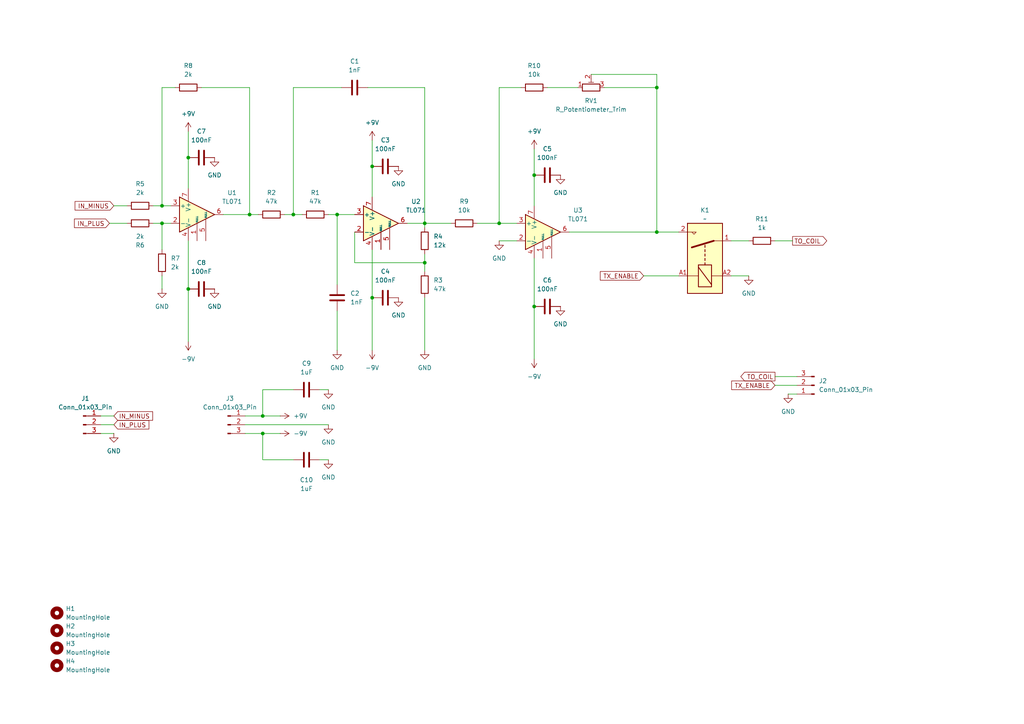
<source format=kicad_sch>
(kicad_sch (version 20231120) (generator "eeschema") (generator_version "8.0")
  (paper "A4")
  (title_block (title "audio frequency transmitter") (date "2024-11-30") (rev "v0.1") (company "RoMa"))
  (lib_symbols
    (symbol "Amplifier_Operational:TL071" (pin_names (offset 0.127))
      (property "Reference" "U" (at 0 6.35 0))
      (property "Value" "TL071" (at 0 3.81 0))
      (symbol "TL071_0_1"
        (polyline (pts (xy -5.08 5.08) (xy 5.08 0) (xy -5.08 -5.08) (xy -5.08 5.08)) (stroke (width 0.254)) (fill (type background)))
      )
      (symbol "TL071_1_1"
        (pin input line (at 0 -7.62 90) (length 5.08) (name "NULL") (number "1"))
        (pin input line (at -7.62 -2.54 0) (length 2.54) (name "-") (number "2"))
        (pin input line (at -7.62 2.54 0) (length 2.54) (name "+") (number "3"))
        (pin power_in line (at -2.54 -7.62 90) (length 3.81) (name "V-") (number "4"))
        (pin input line (at 2.54 -7.62 90) (length 6.35) (name "NULL") (number "5"))
        (pin output line (at 7.62 0 180) (length 2.54) (name "~") (number "6"))
        (pin power_in line (at -2.54 7.62 270) (length 3.81) (name "V+") (number "7"))
        (pin no_connect line (at 0 2.54 270) (length 2.54) hide (name "NC") (number "8"))
      )
    )
    (symbol "Connector:Conn_01x03_Pin" (pin_names (offset 1.016) hide)
      (property "Reference" "J" (at 0 5.08 0))
      (property "Value" "Conn_01x03_Pin" (at 0 -5.08 0))
      (symbol "Conn_01x03_Pin_1_1"
        (polyline (pts (xy 1.27 -2.54) (xy 0.8636 -2.54)) (stroke (width 0.1524)))
        (polyline (pts (xy 1.27 0) (xy 0.8636 0)) (stroke (width 0.1524)))
        (polyline (pts (xy 1.27 2.54) (xy 0.8636 2.54)) (stroke (width 0.1524)))
        (rectangle (start 0.8636 -2.413) (end 0 -2.667) (stroke (width 0.1524)) (fill (type outline)))
        (rectangle (start 0.8636 0.127) (end 0 -0.127) (stroke (width 0.1524)) (fill (type outline)))
        (rectangle (start 0.8636 2.667) (end 0 2.413) (stroke (width 0.1524)) (fill (type outline)))
        (pin passive line (at 5.08 2.54 180) (length 3.81) (name "Pin_1") (number "1"))
        (pin passive line (at 5.08 0 180) (length 3.81) (name "Pin_2") (number "2"))
        (pin passive line (at 5.08 -2.54 180) (length 3.81) (name "Pin_3") (number "3"))
      )
    )
    (symbol "Device:C" (pin_numbers hide) (pin_names (offset 0.254))
      (property "Reference" "C" (at 0.635 2.54 0))
      (property "Value" "C" (at 0.635 -2.54 0))
      (symbol "C_0_1"
        (polyline (pts (xy -2.032 -0.762) (xy 2.032 -0.762)) (stroke (width 0.508)))
        (polyline (pts (xy -2.032 0.762) (xy 2.032 0.762)) (stroke (width 0.508)))
      )
      (symbol "C_1_1"
        (pin passive line (at 0 3.81 270) (length 2.794) (name "~") (number "1"))
        (pin passive line (at 0 -3.81 90) (length 2.794) (name "~") (number "2"))
      )
    )
    (symbol "Device:R" (pin_numbers hide) (pin_names (offset 0))
      (property "Reference" "R" (at 2.032 0 90))
      (property "Value" "R" (at 0 0 90))
      (symbol "R_0_1"
        (rectangle (start -1.016 -2.54) (end 1.016 2.54) (stroke (width 0.254)))
      )
      (symbol "R_1_1"
        (pin passive line (at 0 3.81 270) (length 1.27) (name "~") (number "1"))
        (pin passive line (at 0 -3.81 90) (length 1.27) (name "~") (number "2"))
      )
    )
    (symbol "Device:R_Potentiometer_Trim" (pin_names (offset 1.016) hide)
      (property "Reference" "RV" (at -4.445 0 90))
      (property "Value" "R_Potentiometer_Trim" (at -2.54 0 90))
      (symbol "R_Potentiometer_Trim_0_1"
        (polyline (pts (xy 1.524 0.762) (xy 1.524 -0.762)))
        (polyline (pts (xy 2.54 0) (xy 1.524 0)))
        (rectangle (start 1.016 2.54) (end -1.016 -2.54) (stroke (width 0.254)))
      )
      (symbol "R_Potentiometer_Trim_1_1"
        (pin passive line (at 0 3.81 270) (length 1.27) (name "1") (number "1"))
        (pin passive line (at 3.81 0 180) (length 1.27) (name "2") (number "2"))
        (pin passive line (at 0 -3.81 90) (length 1.27) (name "3") (number "3"))
      )
    )
    (symbol "Mechanical:MountingHole" (pin_names (offset 1.016)) (exclude_from_sim yes) (in_bom no)
      (property "Reference" "H" (at 0 5.08 0))
      (property "Value" "MountingHole" (at 0 3.175 0))
      (symbol "MountingHole_0_1"
        (circle (center 0 0) (radius 1.27) (stroke (width 1.27)))
      )
    )
    (symbol "Relay:HE3351"
      (property "Reference" "K" (at 0 -7.112 0))
      (symbol "HE3351_0_0"
        (polyline (pts (xy 7.62 5.08) (xy 7.62 2.54) (xy 6.985 3.175) (xy 7.62 3.81)))
      )
      (symbol "HE3351_0_1"
        (rectangle (start -10.16 5.08) (end 10.16 -5.08) (stroke (width 0.254)) (fill (type background)))
        (rectangle (start -8.255 1.905) (end -1.905 -1.905) (stroke (width 0.254)))
        (polyline (pts (xy -7.62 -1.905) (xy -2.54 1.905)) (stroke (width 0.254)))
        (polyline (pts (xy -5.08 -5.08) (xy -5.08 -1.905)))
        (polyline (pts (xy -5.08 5.08) (xy -5.08 1.905)))
        (polyline (pts (xy -1.905 0) (xy -1.27 0)) (stroke (width 0.254)))
        (polyline (pts (xy -0.635 0) (xy 0 0)) (stroke (width 0.254)))
        (polyline (pts (xy 0.635 0) (xy 1.27 0)) (stroke (width 0.254)))
        (polyline (pts (xy 1.905 0) (xy 2.54 0)) (stroke (width 0.254)))
        (polyline (pts (xy 3.175 0) (xy 3.81 0)) (stroke (width 0.254)))
        (polyline (pts (xy 5.08 -2.54) (xy 3.175 3.81)) (stroke (width 0.508)))
        (polyline (pts (xy 5.08 -2.54) (xy 5.08 -5.08)))
      )
      (symbol "HE3351_1_1"
        (pin passive line (at 5.08 -7.62 90) (length 2.54) (name "~") (number "1"))
        (pin passive line (at 7.62 7.62 270) (length 2.54) (name "~") (number "2"))
        (pin passive line (at -5.08 7.62 270) (length 2.54) (name "~") (number "A1"))
        (pin passive line (at -5.08 -7.62 90) (length 2.54) (name "~") (number "A2"))
      )
    )
    (symbol "power:+9V" (power) (pin_numbers hide) (pin_names (offset 0) hide)
      (property "Value" "+9V" (at 0 3.556 0))
      (symbol "+9V_0_1"
        (polyline (pts (xy -0.762 1.27) (xy 0 2.54)))
        (polyline (pts (xy 0 0) (xy 0 2.54)))
        (polyline (pts (xy 0 2.54) (xy 0.762 1.27)))
      )
      (symbol "+9V_1_1"
        (pin power_in line (at 0 0 90) (length 0) (name "~") (number "1"))
      )
    )
    (symbol "power:GND" (power) (pin_numbers hide) (pin_names (offset 0) hide)
      (property "Value" "GND" (at 0 -3.81 0))
      (symbol "GND_0_1"
        (polyline (pts (xy 0 0) (xy 0 -1.27) (xy 1.27 -1.27) (xy 0 -2.54) (xy -1.27 -1.27) (xy 0 -1.27)))
      )
      (symbol "GND_1_1"
        (pin power_in line (at 0 0 270) (length 0) (name "~") (number "1"))
      )
    )
  )
  (junction (at 107.95 86.36))
  (junction (at 123.19 64.77))
  (junction (at 76.2 125.73))
  (junction (at 72.39 62.23))
  (junction (at 144.78 64.77))
  (junction (at 123.19 76.2))
  (junction (at 54.61 83.82))
  (junction (at 97.79 62.23))
  (junction (at 76.2 120.65))
  (junction (at 190.5 67.31))
  (junction (at 46.99 64.77))
  (junction (at 154.94 50.8))
  (junction (at 85.09 62.23))
  (junction (at 154.94 88.9))
  (junction (at 54.61 45.72))
  (junction (at 46.99 59.69))
  (junction (at 190.5 25.4))
  (junction (at 107.95 48.26))
  (wire (pts (xy 99.06 25.4) (xy 85.09 25.4)))
  (wire (pts (xy 46.99 25.4) (xy 46.99 59.69)))
  (wire (pts (xy 71.12 123.19) (xy 95.25 123.19)))
  (wire (pts (xy 224.79 69.85) (xy 229.87 69.85)))
  (wire (pts (xy 224.79 111.76) (xy 231.14 111.76)))
  (wire (pts (xy 76.2 113.03) (xy 76.2 120.65)))
  (wire (pts (xy 76.2 133.35) (xy 85.09 133.35)))
  (wire (pts (xy 154.94 43.18) (xy 154.94 50.8)))
  (wire (pts (xy 106.68 25.4) (xy 123.19 25.4)))
  (wire (pts (xy 85.09 25.4) (xy 85.09 62.23)))
  (wire (pts (xy 95.25 62.23) (xy 97.79 62.23)))
  (wire (pts (xy 76.2 125.73) (xy 76.2 133.35)))
  (wire (pts (xy 71.12 120.65) (xy 76.2 120.65)))
  (wire (pts (xy 107.95 72.39) (xy 107.95 86.36)))
  (wire (pts (xy 97.79 62.23) (xy 102.87 62.23)))
  (wire (pts (xy 190.5 25.4) (xy 190.5 67.31)))
  (wire (pts (xy 154.94 88.9) (xy 154.94 104.14)))
  (wire (pts (xy 123.19 64.77) (xy 123.19 66.04)))
  (wire (pts (xy 186.69 80.01) (xy 196.85 80.01)))
  (wire (pts (xy 58.42 25.4) (xy 72.39 25.4)))
  (wire (pts (xy 123.19 73.66) (xy 123.19 76.2)))
  (wire (pts (xy 175.26 25.4) (xy 190.5 25.4)))
  (wire (pts (xy 158.75 25.4) (xy 167.64 25.4)))
  (wire (pts (xy 97.79 62.23) (xy 97.79 82.55)))
  (wire (pts (xy 154.94 74.93) (xy 154.94 88.9)))
  (wire (pts (xy 102.87 76.2) (xy 123.19 76.2)))
  (wire (pts (xy 138.43 64.77) (xy 144.78 64.77)))
  (wire (pts (xy 72.39 62.23) (xy 74.93 62.23)))
  (wire (pts (xy 71.12 125.73) (xy 76.2 125.73)))
  (wire (pts (xy 97.79 90.17) (xy 97.79 101.6)))
  (wire (pts (xy 171.45 21.59) (xy 190.5 21.59)))
  (wire (pts (xy 54.61 83.82) (xy 54.61 99.06)))
  (wire (pts (xy 118.11 64.77) (xy 123.19 64.77)))
  (wire (pts (xy 33.02 125.73) (xy 29.21 125.73)))
  (wire (pts (xy 46.99 59.69) (xy 49.53 59.69)))
  (wire (pts (xy 85.09 62.23) (xy 87.63 62.23)))
  (wire (pts (xy 46.99 64.77) (xy 46.99 72.39)))
  (wire (pts (xy 82.55 62.23) (xy 85.09 62.23)))
  (wire (pts (xy 212.09 69.85) (xy 217.17 69.85)))
  (wire (pts (xy 29.21 123.19) (xy 33.02 123.19)))
  (wire (pts (xy 123.19 86.36) (xy 123.19 101.6)))
  (wire (pts (xy 29.21 120.65) (xy 33.02 120.65)))
  (wire (pts (xy 92.71 133.35) (xy 95.25 133.35)))
  (wire (pts (xy 102.87 67.31) (xy 102.87 76.2)))
  (wire (pts (xy 228.6 114.3) (xy 231.14 114.3)))
  (wire (pts (xy 54.61 38.1) (xy 54.61 45.72)))
  (wire (pts (xy 144.78 64.77) (xy 149.86 64.77)))
  (wire (pts (xy 92.71 113.03) (xy 95.25 113.03)))
  (wire (pts (xy 64.77 62.23) (xy 72.39 62.23)))
  (wire (pts (xy 190.5 21.59) (xy 190.5 25.4)))
  (wire (pts (xy 123.19 76.2) (xy 123.19 78.74)))
  (wire (pts (xy 54.61 69.85) (xy 54.61 83.82)))
  (wire (pts (xy 107.95 86.36) (xy 107.95 101.6)))
  (wire (pts (xy 217.17 80.01) (xy 212.09 80.01)))
  (wire (pts (xy 76.2 120.65) (xy 81.28 120.65)))
  (wire (pts (xy 46.99 64.77) (xy 49.53 64.77)))
  (wire (pts (xy 123.19 64.77) (xy 130.81 64.77)))
  (wire (pts (xy 33.02 59.69) (xy 36.83 59.69)))
  (wire (pts (xy 144.78 25.4) (xy 151.13 25.4)))
  (wire (pts (xy 165.1 67.31) (xy 190.5 67.31)))
  (wire (pts (xy 50.8 25.4) (xy 46.99 25.4)))
  (wire (pts (xy 54.61 45.72) (xy 54.61 54.61)))
  (wire (pts (xy 107.95 40.64) (xy 107.95 48.26)))
  (wire (pts (xy 76.2 125.73) (xy 81.28 125.73)))
  (wire (pts (xy 144.78 25.4) (xy 144.78 64.77)))
  (wire (pts (xy 46.99 80.01) (xy 46.99 83.82)))
  (wire (pts (xy 190.5 67.31) (xy 196.85 67.31)))
  (wire (pts (xy 44.45 59.69) (xy 46.99 59.69)))
  (wire (pts (xy 85.09 113.03) (xy 76.2 113.03)))
  (wire (pts (xy 224.79 109.22) (xy 231.14 109.22)))
  (wire (pts (xy 44.45 64.77) (xy 46.99 64.77)))
  (wire (pts (xy 72.39 25.4) (xy 72.39 62.23)))
  (wire (pts (xy 154.94 50.8) (xy 154.94 59.69)))
  (wire (pts (xy 31.75 64.77) (xy 36.83 64.77)))
  (wire (pts (xy 144.78 69.85) (xy 149.86 69.85)))
  (wire (pts (xy 107.95 48.26) (xy 107.95 57.15)))
  (wire (pts (xy 123.19 25.4) (xy 123.19 64.77)))
  (global_label "TX_ENABLE" (shape input) (at 186.69 80.01 180) (property "Intersheetrefs" "${INTERSHEET_REFS}" (effects (hide yes))))
  (global_label "IN_PLUS" (shape input) (at 31.75 64.77 180) (property "Intersheetrefs" "${INTERSHEET_REFS}" (effects (hide yes))))
  (global_label "TO_COIL" (shape output) (at 224.79 109.22 180) (property "Intersheetrefs" "${INTERSHEET_REFS}" (effects (hide yes))))
  (global_label "IN_MINUS" (shape input) (at 33.02 120.65 0) (property "Intersheetrefs" "${INTERSHEET_REFS}" (effects (hide yes))))
  (global_label "TX_ENABLE" (shape input) (at 224.79 111.76 180) (property "Intersheetrefs" "${INTERSHEET_REFS}" (effects (hide yes))))
  (global_label "TO_COIL" (shape output) (at 229.87 69.85 0) (property "Intersheetrefs" "${INTERSHEET_REFS}" (effects (hide yes))))
  (global_label "IN_MINUS" (shape input) (at 33.02 59.69 180) (property "Intersheetrefs" "${INTERSHEET_REFS}" (effects (hide yes))))
  (global_label "IN_PLUS" (shape input) (at 33.02 123.19 0) (property "Intersheetrefs" "${INTERSHEET_REFS}" (effects (hide yes))))
  (symbol (lib_id "power:GND") (at 228.6 114.3 0) (unit 1)
    (property "Reference" "#PWR019" (effects (hide yes)))
    (property "Value" "GND" (at 228.6 119.38 0))
    (property "Description" "Power symbol creates a global label with name \"GND\" , ground" (effects (hide yes)))
  )
  (symbol (lib_id "Device:R") (at 40.64 59.69 90) (unit 1)
    (property "Reference" "R5" (at 40.64 53.34 90))
    (property "Value" "2k" (at 40.64 55.88 90))
    (property "Footprint" "Resistor_SMD:R_0805_2012Metric" (effects (hide yes)))
    (property "Description" "Resistor" (effects (hide yes)))
  )
  (symbol (lib_id "power:+9V") (at 154.94 43.18 0) (unit 1)
    (property "Reference" "#PWR07" (effects (hide yes)))
    (property "Value" "+9V" (at 154.94 38.1 0))
    (property "Description" "Power symbol creates a global label with name \"+9V\"" (effects (hide yes)))
  )
  (symbol (lib_id "power:+9V") (at 54.61 99.06 180) (unit 1)
    (property "Reference" "#PWR012" (effects (hide yes)))
    (property "Value" "-9V" (at 54.61 104.14 0))
    (property "Description" "Power symbol creates a global label with name \"+9V\"" (effects (hide yes)))
  )
  (symbol (lib_id "power:GND") (at 97.79 101.6 0) (unit 1)
    (property "Reference" "#PWR01" (effects (hide yes)))
    (property "Value" "GND" (at 97.79 106.68 0))
    (property "Description" "Power symbol creates a global label with name \"GND\" , ground" (effects (hide yes)))
  )
  (symbol (lib_id "Device:R") (at 123.19 82.55 180) (unit 1)
    (property "Reference" "R3" (at 125.73 81.2799 0) (effects (justify right)))
    (property "Value" "47k" (at 125.73 83.8199 0) (effects (justify right)))
    (property "Footprint" "Resistor_SMD:R_0805_2012Metric" (effects (hide yes)))
    (property "Description" "Resistor" (effects (hide yes)))
  )
  (symbol (lib_id "Device:C") (at 158.75 50.8 90) (unit 1)
    (property "Reference" "C5" (at 158.75 43.18 90))
    (property "Value" "100nF" (at 158.75 45.72 90))
    (property "Footprint" "Capacitor_SMD:C_0805_2012Metric" (effects (hide yes)))
    (property "Description" "Unpolarized capacitor" (effects (hide yes)))
  )
  (symbol (lib_id "power:GND") (at 46.99 83.82 0) (unit 1)
    (property "Reference" "#PWR015" (effects (hide yes)))
    (property "Value" "GND" (at 46.99 88.9 0))
    (property "Description" "Power symbol creates a global label with name \"GND\" , ground" (effects (hide yes)))
  )
  (symbol (lib_id "Device:R") (at 123.19 69.85 180) (unit 1)
    (property "Reference" "R4" (at 125.73 68.5799 0) (effects (justify right)))
    (property "Value" "12k" (at 125.73 71.1199 0) (effects (justify right)))
    (property "Footprint" "Resistor_SMD:R_0805_2012Metric" (effects (hide yes)))
    (property "Description" "Resistor" (effects (hide yes)))
  )
  (symbol (lib_id "power:GND") (at 95.25 123.19 0) (unit 1)
    (property "Reference" "#PWR022" (effects (hide yes)))
    (property "Value" "GND" (at 95.25 128.27 0))
    (property "Description" "Power symbol creates a global label with name \"GND\" , ground" (effects (hide yes)))
  )
  (symbol (lib_id "power:GND") (at 144.78 69.85 0) (unit 1)
    (property "Reference" "#PWR016" (effects (hide yes)))
    (property "Value" "GND" (at 144.78 74.93 0))
    (property "Description" "Power symbol creates a global label with name \"GND\" , ground" (effects (hide yes)))
  )
  (symbol (lib_id "power:GND") (at 162.56 88.9 0) (unit 1)
    (property "Reference" "#PWR010" (effects (hide yes)))
    (property "Value" "GND" (at 162.56 93.98 0))
    (property "Description" "Power symbol creates a global label with name \"GND\" , ground" (effects (hide yes)))
  )
  (symbol (lib_id "Mechanical:MountingHole") (at 16.51 187.96 0) (unit 1) (exclude_from_sim yes) (in_bom no)
    (property "Reference" "H3" (at 19.05 186.6899 0) (effects (justify left)))
    (property "Value" "MountingHole" (at 19.05 189.2299 0) (effects (justify left)))
    (property "Footprint" "MountingHole:MountingHole_2.7mm_M2.5" (effects (hide yes)))
    (property "Description" "Mounting Hole without connection" (effects (hide yes)))
  )
  (symbol (lib_id "Device:C") (at 102.87 25.4 90) (unit 1)
    (property "Reference" "C1" (at 102.87 17.78 90))
    (property "Value" "1nF" (at 102.87 20.32 90))
    (property "Footprint" "Capacitor_SMD:C_0805_2012Metric" (effects (hide yes)))
    (property "Description" "Unpolarized capacitor" (effects (hide yes)))
  )
  (symbol (lib_id "Connector:Conn_01x03_Pin") (at 66.04 123.19 0) (unit 1)
    (property "Reference" "J3" (at 66.675 115.57 0))
    (property "Value" "Conn_01x03_Pin" (at 66.675 118.11 0))
    (property "Footprint" "Connector_PinHeader_2.54mm:PinHeader_1x03_P2.54mm_Vertical" (effects (hide yes)))
    (property "Description" "Generic connector, single row, 01x03, script generated" (effects (hide yes)))
  )
  (symbol (lib_id "Mechanical:MountingHole") (at 16.51 193.04 0) (unit 1) (exclude_from_sim yes) (in_bom no)
    (property "Reference" "H4" (at 19.05 191.7699 0) (effects (justify left)))
    (property "Value" "MountingHole" (at 19.05 194.3099 0) (effects (justify left)))
    (property "Footprint" "MountingHole:MountingHole_2.7mm_M2.5" (effects (hide yes)))
    (property "Description" "Mounting Hole without connection" (effects (hide yes)))
  )
  (symbol (lib_id "Device:C") (at 111.76 48.26 90) (unit 1)
    (property "Reference" "C3" (at 111.76 40.64 90))
    (property "Value" "100nF" (at 111.76 43.18 90))
    (property "Footprint" "Capacitor_SMD:C_0805_2012Metric" (effects (hide yes)))
    (property "Description" "Unpolarized capacitor" (effects (hide yes)))
  )
  (symbol (lib_id "power:+9V") (at 107.95 40.64 0) (unit 1)
    (property "Reference" "#PWR02" (effects (hide yes)))
    (property "Value" "+9V" (at 107.95 35.56 0))
    (property "Description" "Power symbol creates a global label with name \"+9V\"" (effects (hide yes)))
  )
  (symbol (lib_id "power:GND") (at 33.02 125.73 0) (unit 1)
    (property "Reference" "#PWR018" (effects (hide yes)))
    (property "Value" "GND" (at 33.02 130.81 0))
    (property "Description" "Power symbol creates a global label with name \"GND\" , ground" (effects (hide yes)))
  )
  (symbol (lib_id "power:GND") (at 162.56 50.8 0) (unit 1)
    (property "Reference" "#PWR09" (effects (hide yes)))
    (property "Value" "GND" (at 162.56 55.88 0))
    (property "Description" "Power symbol creates a global label with name \"GND\" , ground" (effects (hide yes)))
  )
  (symbol (lib_id "Device:C") (at 97.79 86.36 180) (unit 1)
    (property "Reference" "C2" (at 101.6 85.0899 0) (effects (justify right)))
    (property "Value" "1nF" (at 101.6 87.6299 0) (effects (justify right)))
    (property "Footprint" "Capacitor_SMD:C_0805_2012Metric" (effects (hide yes)))
    (property "Description" "Unpolarized capacitor" (effects (hide yes)))
  )
  (symbol (lib_id "Amplifier_Operational:TL071") (at 57.15 62.23 0) (unit 1)
    (property "Reference" "U1" (at 67.31 55.9114 0))
    (property "Value" "TL071" (at 67.31 58.4514 0))
    (property "Footprint" "Package_SO:SOIC-8_3.9x4.9mm_P1.27mm" (effects (hide yes)))
    (property "Datasheet" "http://www.ti.com/lit/ds/symlink/tl071.pdf" (effects (hide yes)))
    (property "Description" "Single Low-Noise JFET-Input Operational Amplifiers, DIP-8/SOIC-8" (effects (hide yes)))
  )
  (symbol (lib_id "Device:R") (at 54.61 25.4 90) (unit 1)
    (property "Reference" "R8" (at 54.61 19.05 90))
    (property "Value" "2k" (at 54.61 21.59 90))
    (property "Footprint" "Resistor_SMD:R_0805_2012Metric" (effects (hide yes)))
    (property "Description" "Resistor" (effects (hide yes)))
  )
  (symbol (lib_id "power:GND") (at 62.23 45.72 0) (unit 1)
    (property "Reference" "#PWR013" (effects (hide yes)))
    (property "Value" "GND" (at 62.23 50.8 0))
    (property "Description" "Power symbol creates a global label with name \"GND\" , ground" (effects (hide yes)))
  )
  (symbol (lib_id "Mechanical:MountingHole") (at 16.51 177.8 0) (unit 1) (exclude_from_sim yes) (in_bom no)
    (property "Reference" "H1" (at 19.05 176.5299 0) (effects (justify left)))
    (property "Value" "MountingHole" (at 19.05 179.0699 0) (effects (justify left)))
    (property "Footprint" "MountingHole:MountingHole_2.7mm_M2.5" (effects (hide yes)))
    (property "Description" "Mounting Hole without connection" (effects (hide yes)))
  )
  (symbol (lib_id "power:+9V") (at 81.28 125.73 270) (unit 1)
    (property "Reference" "#PWR021" (effects (hide yes)))
    (property "Value" "-9V" (at 85.09 125.7299 90) (effects (justify left)))
    (property "Description" "Power symbol creates a global label with name \"+9V\"" (effects (hide yes)))
  )
  (symbol (lib_id "Device:C") (at 88.9 113.03 270) (unit 1)
    (property "Reference" "C9" (at 88.9 105.41 90))
    (property "Value" "1uF" (at 88.9 107.95 90))
    (property "Footprint" "Capacitor_SMD:C_1206_3216Metric" (effects (hide yes)))
    (property "Description" "Unpolarized capacitor" (effects (hide yes)))
  )
  (symbol (lib_id "power:GND") (at 95.25 133.35 0) (unit 1)
    (property "Reference" "#PWR024" (effects (hide yes)))
    (property "Value" "GND" (at 95.25 138.43 0))
    (property "Description" "Power symbol creates a global label with name \"GND\" , ground" (effects (hide yes)))
  )
  (symbol (lib_id "Device:R") (at 46.99 76.2 180) (unit 1)
    (property "Reference" "R7" (at 49.53 74.9299 0) (effects (justify right)))
    (property "Value" "2k" (at 49.53 77.4699 0) (effects (justify right)))
    (property "Footprint" "Resistor_SMD:R_0805_2012Metric" (effects (hide yes)))
    (property "Description" "Resistor" (effects (hide yes)))
  )
  (symbol (lib_id "Connector:Conn_01x03_Pin") (at 236.22 111.76 180) (unit 1)
    (property "Reference" "J2" (at 237.49 110.4899 0) (effects (justify right)))
    (property "Value" "Conn_01x03_Pin" (at 237.49 113.0299 0) (effects (justify right)))
    (property "Footprint" "Connector_PinHeader_2.54mm:PinHeader_1x03_P2.54mm_Vertical" (effects (hide yes)))
    (property "Description" "Generic connector, single row, 01x03, script generated" (effects (hide yes)))
  )
  (symbol (lib_id "Device:R") (at 220.98 69.85 90) (unit 1)
    (property "Reference" "R11" (at 220.98 63.5 90))
    (property "Value" "1k" (at 220.98 66.04 90))
    (property "Footprint" "Resistor_SMD:R_0805_2012Metric" (effects (hide yes)))
    (property "Description" "Resistor" (effects (hide yes)))
  )
  (symbol (lib_id "power:GND") (at 115.57 86.36 0) (unit 1)
    (property "Reference" "#PWR04" (effects (hide yes)))
    (property "Value" "GND" (at 115.57 91.44 0))
    (property "Description" "Power symbol creates a global label with name \"GND\" , ground" (effects (hide yes)))
  )
  (symbol (lib_id "Device:C") (at 58.42 45.72 90) (unit 1)
    (property "Reference" "C7" (at 58.42 38.1 90))
    (property "Value" "100nF" (at 58.42 40.64 90))
    (property "Footprint" "Capacitor_SMD:C_0805_2012Metric" (effects (hide yes)))
    (property "Description" "Unpolarized capacitor" (effects (hide yes)))
  )
  (symbol (lib_id "power:GND") (at 123.19 101.6 0) (unit 1)
    (property "Reference" "#PWR06" (effects (hide yes)))
    (property "Value" "GND" (at 123.19 106.68 0))
    (property "Description" "Power symbol creates a global label with name \"GND\" , ground" (effects (hide yes)))
  )
  (symbol (lib_id "Relay:HE3351") (at 204.47 74.93 90) (unit 1)
    (property "Reference" "K1" (at 204.47 60.96 90))
    (property "Value" "~" (at 204.47 63.5 90))
    (property "Footprint" "Relay_THT:IC4_HE3351A0500_LTF" (effects (hide yes)))
  )
  (symbol (lib_id "power:+9V") (at 81.28 120.65 270) (unit 1)
    (property "Reference" "#PWR020" (effects (hide yes)))
    (property "Value" "+9V" (at 85.09 120.6499 90) (effects (justify left)))
    (property "Description" "Power symbol creates a global label with name \"+9V\"" (effects (hide yes)))
  )
  (symbol (lib_id "Device:R") (at 134.62 64.77 90) (unit 1)
    (property "Reference" "R9" (at 134.62 58.42 90))
    (property "Value" "10k" (at 134.62 60.96 90))
    (property "Footprint" "Resistor_SMD:R_0805_2012Metric" (effects (hide yes)))
    (property "Description" "Resistor" (effects (hide yes)))
  )
  (symbol (lib_id "Device:C") (at 58.42 83.82 90) (unit 1)
    (property "Reference" "C8" (at 58.42 76.2 90))
    (property "Value" "100nF" (at 58.42 78.74 90))
    (property "Footprint" "Capacitor_SMD:C_0805_2012Metric" (effects (hide yes)))
    (property "Description" "Unpolarized capacitor" (effects (hide yes)))
  )
  (symbol (lib_id "power:+9V") (at 54.61 38.1 0) (unit 1)
    (property "Reference" "#PWR011" (effects (hide yes)))
    (property "Value" "+9V" (at 54.61 33.02 0))
    (property "Description" "Power symbol creates a global label with name \"+9V\"" (effects (hide yes)))
  )
  (symbol (lib_id "Device:R") (at 154.94 25.4 90) (unit 1)
    (property "Reference" "R10" (at 154.94 19.05 90))
    (property "Value" "10k" (at 154.94 21.59 90))
    (property "Footprint" "Resistor_SMD:R_0805_2012Metric" (effects (hide yes)))
    (property "Description" "Resistor" (effects (hide yes)))
  )
  (symbol (lib_id "power:+9V") (at 107.95 101.6 180) (unit 1)
    (property "Reference" "#PWR03" (effects (hide yes)))
    (property "Value" "-9V" (at 107.95 106.68 0))
    (property "Description" "Power symbol creates a global label with name \"+9V\"" (effects (hide yes)))
  )
  (symbol (lib_id "Amplifier_Operational:TL071") (at 110.49 64.77 0) (unit 1)
    (property "Reference" "U2" (at 120.65 58.4514 0))
    (property "Value" "TL071" (at 120.65 60.9914 0))
    (property "Footprint" "Package_SO:SOIC-8_3.9x4.9mm_P1.27mm" (effects (hide yes)))
    (property "Datasheet" "http://www.ti.com/lit/ds/symlink/tl071.pdf" (effects (hide yes)))
    (property "Description" "Single Low-Noise JFET-Input Operational Amplifiers, DIP-8/SOIC-8" (effects (hide yes)))
  )
  (symbol (lib_id "power:GND") (at 95.25 113.03 0) (unit 1)
    (property "Reference" "#PWR023" (effects (hide yes)))
    (property "Value" "GND" (at 95.25 118.11 0))
    (property "Description" "Power symbol creates a global label with name \"GND\" , ground" (effects (hide yes)))
  )
  (symbol (lib_id "Device:C") (at 88.9 133.35 270) (unit 1)
    (property "Reference" "C10" (at 88.9 139.192 90))
    (property "Value" "1uF" (at 88.9 141.732 90))
    (property "Footprint" "Capacitor_SMD:C_1206_3216Metric" (effects (hide yes)))
    (property "Description" "Unpolarized capacitor" (effects (hide yes)))
  )
  (symbol (lib_id "power:GND") (at 62.23 83.82 0) (unit 1)
    (property "Reference" "#PWR014" (effects (hide yes)))
    (property "Value" "GND" (at 62.23 88.9 0))
    (property "Description" "Power symbol creates a global label with name \"GND\" , ground" (effects (hide yes)))
  )
  (symbol (lib_id "Connector:Conn_01x03_Pin") (at 24.13 123.19 0) (unit 1)
    (property "Reference" "J1" (at 24.765 115.57 0))
    (property "Value" "Conn_01x03_Pin" (at 24.765 118.11 0))
    (property "Footprint" "Connector_PinHeader_2.54mm:PinHeader_1x03_P2.54mm_Vertical" (effects (hide yes)))
    (property "Description" "Generic connector, single row, 01x03, script generated" (effects (hide yes)))
  )
  (symbol (lib_id "Device:C") (at 158.75 88.9 90) (unit 1)
    (property "Reference" "C6" (at 158.75 81.28 90))
    (property "Value" "100nF" (at 158.75 83.82 90))
    (property "Footprint" "Capacitor_SMD:C_0805_2012Metric" (effects (hide yes)))
    (property "Description" "Unpolarized capacitor" (effects (hide yes)))
  )
  (symbol (lib_id "power:+9V") (at 154.94 104.14 180) (unit 1)
    (property "Reference" "#PWR08" (effects (hide yes)))
    (property "Value" "-9V" (at 154.94 109.22 0))
    (property "Description" "Power symbol creates a global label with name \"+9V\"" (effects (hide yes)))
  )
  (symbol (lib_id "Device:C") (at 111.76 86.36 90) (unit 1)
    (property "Reference" "C4" (at 111.76 78.74 90))
    (property "Value" "100nF" (at 111.76 81.28 90))
    (property "Footprint" "Capacitor_SMD:C_0805_2012Metric" (effects (hide yes)))
    (property "Description" "Unpolarized capacitor" (effects (hide yes)))
  )
  (symbol (lib_id "power:GND") (at 217.17 80.01 0) (unit 1)
    (property "Reference" "#PWR017" (effects (hide yes)))
    (property "Value" "GND" (at 217.17 85.09 0))
    (property "Description" "Power symbol creates a global label with name \"GND\" , ground" (effects (hide yes)))
  )
  (symbol (lib_id "Device:R") (at 40.64 64.77 270) (unit 1)
    (property "Reference" "R6" (at 40.64 71.12 90))
    (property "Value" "2k" (at 40.64 68.58 90))
    (property "Footprint" "Resistor_SMD:R_0805_2012Metric" (effects (hide yes)))
    (property "Description" "Resistor" (effects (hide yes)))
  )
  (symbol (lib_id "Device:R") (at 78.74 62.23 90) (unit 1)
    (property "Reference" "R2" (at 78.74 55.88 90))
    (property "Value" "47k" (at 78.74 58.42 90))
    (property "Footprint" "Resistor_SMD:R_0805_2012Metric" (effects (hide yes)))
    (property "Description" "Resistor" (effects (hide yes)))
  )
  (symbol (lib_id "Device:R") (at 91.44 62.23 90) (unit 1)
    (property "Reference" "R1" (at 91.44 55.88 90))
    (property "Value" "47k" (at 91.44 58.42 90))
    (property "Footprint" "Resistor_SMD:R_0805_2012Metric" (effects (hide yes)))
    (property "Description" "Resistor" (effects (hide yes)))
  )
  (symbol (lib_id "Device:R_Potentiometer_Trim") (at 171.45 25.4 90) (unit 1)
    (property "Reference" "RV1" (at 171.45 29.21 90))
    (property "Value" "R_Potentiometer_Trim" (at 171.45 31.75 90))
    (property "Footprint" "Potentiometer_THT:Potentiometer_Kyocera_AVX_601040" (effects (hide yes)))
    (property "Description" "Trim-potentiometer" (effects (hide yes)))
  )
  (symbol (lib_id "Amplifier_Operational:TL071") (at 157.48 67.31 0) (unit 1)
    (property "Reference" "U3" (at 167.64 60.9914 0))
    (property "Value" "TL071" (at 167.64 63.5314 0))
    (property "Footprint" "Package_SO:SOIC-8_3.9x4.9mm_P1.27mm" (effects (hide yes)))
    (property "Datasheet" "http://www.ti.com/lit/ds/symlink/tl071.pdf" (effects (hide yes)))
    (property "Description" "Single Low-Noise JFET-Input Operational Amplifiers, DIP-8/SOIC-8" (effects (hide yes)))
  )
  (symbol (lib_id "Mechanical:MountingHole") (at 16.51 182.88 0) (unit 1) (exclude_from_sim yes) (in_bom no)
    (property "Reference" "H2" (at 19.05 181.6099 0) (effects (justify left)))
    (property "Value" "MountingHole" (at 19.05 184.1499 0) (effects (justify left)))
    (property "Footprint" "MountingHole:MountingHole_2.7mm_M2.5" (effects (hide yes)))
    (property "Description" "Mounting Hole without connection" (effects (hide yes)))
  )
  (symbol (lib_id "power:GND") (at 115.57 48.26 0) (unit 1)
    (property "Reference" "#PWR05" (effects (hide yes)))
    (property "Value" "GND" (at 115.57 53.34 0))
    (property "Description" "Power symbol creates a global label with name \"GND\" , ground" (effects (hide yes)))
  )
)
</source>
